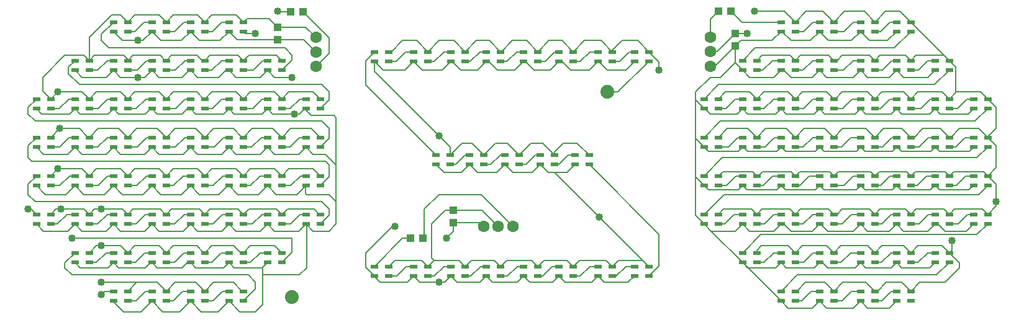
<source format=gbr>
G04 EAGLE Gerber RS-274X export*
G75*
%MOMM*%
%FSLAX34Y34*%
%LPD*%
%INTop Copper*%
%IPPOS*%
%AMOC8*
5,1,8,0,0,1.08239X$1,22.5*%
G01*
%ADD10C,1.600000*%
%ADD11R,1.000000X0.600000*%
%ADD12C,1.879600*%
%ADD13R,1.100000X1.000000*%
%ADD14R,1.000000X1.100000*%
%ADD15C,0.203200*%
%ADD16C,1.016000*%


D10*
X382400Y394700D03*
X382400Y374700D03*
X382400Y354700D03*
D11*
X264000Y415250D03*
X264000Y402250D03*
X283500Y402250D03*
X283500Y415250D03*
X54000Y362750D03*
X54000Y349750D03*
X73500Y349750D03*
X73500Y362750D03*
X211500Y415250D03*
X211500Y402250D03*
X231000Y402250D03*
X231000Y415250D03*
X159000Y415250D03*
X159000Y402250D03*
X178500Y402250D03*
X178500Y415250D03*
X106500Y415250D03*
X106500Y402250D03*
X126000Y402250D03*
X126000Y415250D03*
X316500Y362750D03*
X316500Y349750D03*
X336000Y349750D03*
X336000Y362750D03*
X264000Y362750D03*
X264000Y349750D03*
X283500Y349750D03*
X283500Y362750D03*
X211500Y362750D03*
X211500Y349750D03*
X231000Y349750D03*
X231000Y362750D03*
X159000Y362750D03*
X159000Y349750D03*
X178500Y349750D03*
X178500Y362750D03*
X106500Y362750D03*
X106500Y349750D03*
X126000Y349750D03*
X126000Y362750D03*
X369000Y310250D03*
X369000Y297250D03*
X388500Y297250D03*
X388500Y310250D03*
X316500Y310250D03*
X316500Y297250D03*
X336000Y297250D03*
X336000Y310250D03*
X264000Y310250D03*
X264000Y297250D03*
X283500Y297250D03*
X283500Y310250D03*
X211500Y310250D03*
X211500Y297250D03*
X231000Y297250D03*
X231000Y310250D03*
X159000Y310250D03*
X159000Y297250D03*
X178500Y297250D03*
X178500Y310250D03*
X106500Y310250D03*
X106500Y297250D03*
X126000Y297250D03*
X126000Y310250D03*
X54000Y310250D03*
X54000Y297250D03*
X73500Y297250D03*
X73500Y310250D03*
X1500Y310250D03*
X1500Y297250D03*
X21000Y297250D03*
X21000Y310250D03*
X369000Y257750D03*
X369000Y244750D03*
X388500Y244750D03*
X388500Y257750D03*
X316500Y257750D03*
X316500Y244750D03*
X336000Y244750D03*
X336000Y257750D03*
X264000Y257750D03*
X264000Y244750D03*
X283500Y244750D03*
X283500Y257750D03*
X211500Y257750D03*
X211500Y244750D03*
X231000Y244750D03*
X231000Y257750D03*
X159000Y257750D03*
X159000Y244750D03*
X178500Y244750D03*
X178500Y257750D03*
X106500Y257750D03*
X106500Y244750D03*
X126000Y244750D03*
X126000Y257750D03*
X54000Y257750D03*
X54000Y244750D03*
X73500Y244750D03*
X73500Y257750D03*
X1500Y257750D03*
X1500Y244750D03*
X21000Y244750D03*
X21000Y257750D03*
X369000Y205250D03*
X369000Y192250D03*
X388500Y192250D03*
X388500Y205250D03*
X316500Y205250D03*
X316500Y192250D03*
X336000Y192250D03*
X336000Y205250D03*
X264000Y205250D03*
X264000Y192250D03*
X283500Y192250D03*
X283500Y205250D03*
X211500Y205250D03*
X211500Y192250D03*
X231000Y192250D03*
X231000Y205250D03*
X159000Y205250D03*
X159000Y192250D03*
X178500Y192250D03*
X178500Y205250D03*
X106500Y205250D03*
X106500Y192250D03*
X126000Y192250D03*
X126000Y205250D03*
X54000Y205250D03*
X54000Y192250D03*
X73500Y192250D03*
X73500Y205250D03*
X1500Y205250D03*
X1500Y192250D03*
X21000Y192250D03*
X21000Y205250D03*
X369000Y152750D03*
X369000Y139750D03*
X388500Y139750D03*
X388500Y152750D03*
X316500Y152750D03*
X316500Y139750D03*
X336000Y139750D03*
X336000Y152750D03*
X264000Y152750D03*
X264000Y139750D03*
X283500Y139750D03*
X283500Y152750D03*
X211500Y152750D03*
X211500Y139750D03*
X231000Y139750D03*
X231000Y152750D03*
X159000Y152750D03*
X159000Y139750D03*
X178500Y139750D03*
X178500Y152750D03*
X106500Y152750D03*
X106500Y139750D03*
X126000Y139750D03*
X126000Y152750D03*
X54000Y152750D03*
X54000Y139750D03*
X73500Y139750D03*
X73500Y152750D03*
X1500Y152750D03*
X1500Y139750D03*
X21000Y139750D03*
X21000Y152750D03*
X316500Y100250D03*
X316500Y87250D03*
X336000Y87250D03*
X336000Y100250D03*
X264000Y100250D03*
X264000Y87250D03*
X283500Y87250D03*
X283500Y100250D03*
X211500Y100250D03*
X211500Y87250D03*
X231000Y87250D03*
X231000Y100250D03*
X159000Y100250D03*
X159000Y87250D03*
X178500Y87250D03*
X178500Y100250D03*
X106500Y100250D03*
X106500Y87250D03*
X126000Y87250D03*
X126000Y100250D03*
X54000Y100250D03*
X54000Y87250D03*
X73500Y87250D03*
X73500Y100250D03*
X264000Y47750D03*
X264000Y34750D03*
X283500Y34750D03*
X283500Y47750D03*
X211500Y47750D03*
X211500Y34750D03*
X231000Y34750D03*
X231000Y47750D03*
X159000Y47750D03*
X159000Y34750D03*
X178500Y34750D03*
X178500Y47750D03*
X106500Y47750D03*
X106500Y34750D03*
X126000Y34750D03*
X126000Y47750D03*
X481720Y68688D03*
X481720Y81688D03*
X462220Y81688D03*
X462220Y68688D03*
X535060Y68688D03*
X535060Y81688D03*
X515560Y81688D03*
X515560Y68688D03*
X585860Y68688D03*
X585860Y81688D03*
X566360Y81688D03*
X566360Y68688D03*
X634120Y68688D03*
X634120Y81688D03*
X614620Y81688D03*
X614620Y68688D03*
X684920Y68688D03*
X684920Y81688D03*
X665420Y81688D03*
X665420Y68688D03*
X733180Y68688D03*
X733180Y81688D03*
X713680Y81688D03*
X713680Y68688D03*
X786520Y68688D03*
X786520Y81688D03*
X767020Y81688D03*
X767020Y68688D03*
X836050Y68688D03*
X836050Y81688D03*
X816550Y81688D03*
X816550Y68688D03*
X546040Y233750D03*
X546040Y220750D03*
X565540Y220750D03*
X565540Y233750D03*
X591760Y233750D03*
X591760Y220750D03*
X611260Y220750D03*
X611260Y233750D03*
X640020Y233750D03*
X640020Y220750D03*
X659520Y220750D03*
X659520Y233750D03*
X688280Y233750D03*
X688280Y220750D03*
X707780Y220750D03*
X707780Y233750D03*
X735270Y233750D03*
X735270Y220750D03*
X754770Y220750D03*
X754770Y233750D03*
X481720Y361750D03*
X481720Y374750D03*
X462220Y374750D03*
X462220Y361750D03*
X535060Y361750D03*
X535060Y374750D03*
X515560Y374750D03*
X515560Y361750D03*
X585860Y361750D03*
X585860Y374750D03*
X566360Y374750D03*
X566360Y361750D03*
X634120Y361750D03*
X634120Y374750D03*
X614620Y374750D03*
X614620Y361750D03*
X684920Y361750D03*
X684920Y374750D03*
X665420Y374750D03*
X665420Y361750D03*
X733180Y361750D03*
X733180Y374750D03*
X713680Y374750D03*
X713680Y361750D03*
X786520Y361750D03*
X786520Y374750D03*
X767020Y374750D03*
X767020Y361750D03*
X836050Y361750D03*
X836050Y374750D03*
X816550Y374750D03*
X816550Y361750D03*
X1036000Y402250D03*
X1036000Y415250D03*
X1016500Y415250D03*
X1016500Y402250D03*
X1088500Y402250D03*
X1088500Y415250D03*
X1069000Y415250D03*
X1069000Y402250D03*
X1144550Y402250D03*
X1144550Y415250D03*
X1125050Y415250D03*
X1125050Y402250D03*
X1193500Y402250D03*
X1193500Y415250D03*
X1174000Y415250D03*
X1174000Y402250D03*
X983500Y349750D03*
X983500Y362750D03*
X964000Y362750D03*
X964000Y349750D03*
X1036000Y349750D03*
X1036000Y362750D03*
X1016500Y362750D03*
X1016500Y349750D03*
X1088500Y349750D03*
X1088500Y362750D03*
X1069000Y362750D03*
X1069000Y349750D03*
X1144550Y349750D03*
X1144550Y362750D03*
X1125050Y362750D03*
X1125050Y349750D03*
X1193500Y349750D03*
X1193500Y362750D03*
X1174000Y362750D03*
X1174000Y349750D03*
X1246000Y349750D03*
X1246000Y362750D03*
X1226500Y362750D03*
X1226500Y349750D03*
X931000Y297250D03*
X931000Y310250D03*
X911500Y310250D03*
X911500Y297250D03*
X983500Y297250D03*
X983500Y310250D03*
X964000Y310250D03*
X964000Y297250D03*
X1036000Y297250D03*
X1036000Y310250D03*
X1016500Y310250D03*
X1016500Y297250D03*
X1088500Y297250D03*
X1088500Y310250D03*
X1069000Y310250D03*
X1069000Y297250D03*
X1144550Y297250D03*
X1144550Y310250D03*
X1125050Y310250D03*
X1125050Y297250D03*
X1193500Y297250D03*
X1193500Y310250D03*
X1174000Y310250D03*
X1174000Y297250D03*
X1246000Y297250D03*
X1246000Y310250D03*
X1226500Y310250D03*
X1226500Y297250D03*
X1298500Y297250D03*
X1298500Y310250D03*
X1279000Y310250D03*
X1279000Y297250D03*
X931000Y244750D03*
X931000Y257750D03*
X911500Y257750D03*
X911500Y244750D03*
X983500Y244750D03*
X983500Y257750D03*
X964000Y257750D03*
X964000Y244750D03*
X1036000Y244750D03*
X1036000Y257750D03*
X1016500Y257750D03*
X1016500Y244750D03*
X1088500Y244750D03*
X1088500Y257750D03*
X1069000Y257750D03*
X1069000Y244750D03*
X1144550Y244750D03*
X1144550Y257750D03*
X1125050Y257750D03*
X1125050Y244750D03*
X1193500Y244750D03*
X1193500Y257750D03*
X1174000Y257750D03*
X1174000Y244750D03*
X1246000Y244750D03*
X1246000Y257750D03*
X1226500Y257750D03*
X1226500Y244750D03*
X1298500Y244750D03*
X1298500Y257750D03*
X1279000Y257750D03*
X1279000Y244750D03*
X931000Y192250D03*
X931000Y205250D03*
X911500Y205250D03*
X911500Y192250D03*
X983500Y192250D03*
X983500Y205250D03*
X964000Y205250D03*
X964000Y192250D03*
X1036000Y192250D03*
X1036000Y205250D03*
X1016500Y205250D03*
X1016500Y192250D03*
X1088500Y192250D03*
X1088500Y205250D03*
X1069000Y205250D03*
X1069000Y192250D03*
X1144550Y192250D03*
X1144550Y205250D03*
X1125050Y205250D03*
X1125050Y192250D03*
X1193500Y192250D03*
X1193500Y205250D03*
X1174000Y205250D03*
X1174000Y192250D03*
X1246000Y192250D03*
X1246000Y205250D03*
X1226500Y205250D03*
X1226500Y192250D03*
X1298500Y192250D03*
X1298500Y205250D03*
X1279000Y205250D03*
X1279000Y192250D03*
X931000Y139750D03*
X931000Y152750D03*
X911500Y152750D03*
X911500Y139750D03*
X983500Y139750D03*
X983500Y152750D03*
X964000Y152750D03*
X964000Y139750D03*
X1036000Y139750D03*
X1036000Y152750D03*
X1016500Y152750D03*
X1016500Y139750D03*
X1088500Y139750D03*
X1088500Y152750D03*
X1069000Y152750D03*
X1069000Y139750D03*
X1144550Y139750D03*
X1144550Y152750D03*
X1125050Y152750D03*
X1125050Y139750D03*
X1193500Y139750D03*
X1193500Y152750D03*
X1174000Y152750D03*
X1174000Y139750D03*
X1246000Y139750D03*
X1246000Y152750D03*
X1226500Y152750D03*
X1226500Y139750D03*
X1298500Y139750D03*
X1298500Y152750D03*
X1279000Y152750D03*
X1279000Y139750D03*
X983500Y87250D03*
X983500Y100250D03*
X964000Y100250D03*
X964000Y87250D03*
X1036000Y87250D03*
X1036000Y100250D03*
X1016500Y100250D03*
X1016500Y87250D03*
X1088500Y87250D03*
X1088500Y100250D03*
X1069000Y100250D03*
X1069000Y87250D03*
X1144550Y87250D03*
X1144550Y100250D03*
X1125050Y100250D03*
X1125050Y87250D03*
X1193500Y87250D03*
X1193500Y100250D03*
X1174000Y100250D03*
X1174000Y87250D03*
X1246000Y87250D03*
X1246000Y100250D03*
X1226500Y100250D03*
X1226500Y87250D03*
X1036000Y34750D03*
X1036000Y47750D03*
X1016500Y47750D03*
X1016500Y34750D03*
X1088500Y34750D03*
X1088500Y47750D03*
X1069000Y47750D03*
X1069000Y34750D03*
X1144550Y34750D03*
X1144550Y47750D03*
X1125050Y47750D03*
X1125050Y34750D03*
X1193500Y34750D03*
X1193500Y47750D03*
X1174000Y47750D03*
X1174000Y34750D03*
D10*
X611000Y136500D03*
X631000Y136500D03*
X651000Y136500D03*
X920500Y355000D03*
X920500Y375000D03*
X920500Y395000D03*
D12*
X350000Y40000D03*
X780000Y320000D03*
D13*
X364500Y429000D03*
X347500Y429000D03*
X511500Y120000D03*
X528500Y120000D03*
X948500Y430000D03*
X931500Y430000D03*
D14*
X330000Y391500D03*
X330000Y408500D03*
X570000Y141500D03*
X570000Y158500D03*
X954000Y382500D03*
X954000Y399500D03*
D15*
X347500Y429000D02*
X331000Y429000D01*
X330000Y430000D01*
D16*
X330000Y430000D03*
X300000Y400000D03*
D15*
X285750Y400000D01*
X283500Y402250D01*
X241250Y402250D02*
X231000Y402250D01*
X254250Y415250D02*
X264000Y415250D01*
X254250Y415250D02*
X241250Y402250D01*
X211500Y415250D02*
X202250Y415250D01*
X189250Y402250D02*
X178500Y402250D01*
X189250Y402250D02*
X202250Y415250D01*
X159000Y415250D02*
X148250Y415250D01*
X135250Y402250D02*
X126000Y402250D01*
X135250Y402250D02*
X148250Y415250D01*
X106500Y415250D02*
X90000Y398750D01*
X90000Y390000D01*
X100000Y380000D01*
X340000Y380000D02*
X350000Y370000D01*
X350000Y363750D01*
X336000Y349750D01*
X340000Y380000D02*
X100000Y380000D01*
X309750Y362750D02*
X316500Y362750D01*
X296750Y349750D02*
X283500Y349750D01*
X296750Y349750D02*
X309750Y362750D01*
X264000Y362750D02*
X253750Y362750D01*
X240750Y349750D02*
X231000Y349750D01*
X240750Y349750D02*
X253750Y362750D01*
X211500Y362750D02*
X203750Y362750D01*
X190750Y349750D02*
X178500Y349750D01*
X190750Y349750D02*
X203750Y362750D01*
X159000Y362750D02*
X151750Y362750D01*
X138750Y349750D02*
X126000Y349750D01*
X138750Y349750D02*
X151750Y362750D01*
X106500Y362750D02*
X97750Y362750D01*
X84750Y349750D02*
X73500Y349750D01*
X84750Y349750D02*
X97750Y362750D01*
X54000Y362750D02*
X45000Y353750D01*
X45000Y345000D02*
X60000Y330000D01*
X390000Y330000D02*
X400000Y320000D01*
X400000Y308750D01*
X388500Y297250D01*
X45000Y345000D02*
X45000Y353750D01*
X60000Y330000D02*
X390000Y330000D01*
X369000Y310250D02*
X360250Y310250D01*
X347250Y297250D02*
X336000Y297250D01*
X347250Y297250D02*
X360250Y310250D01*
X316500Y310250D02*
X309250Y310250D01*
X296250Y297250D02*
X283500Y297250D01*
X296250Y297250D02*
X309250Y310250D01*
X264000Y310250D02*
X254250Y310250D01*
X241250Y297250D02*
X231000Y297250D01*
X241250Y297250D02*
X254250Y310250D01*
X211500Y310250D02*
X204250Y310250D01*
X191250Y297250D02*
X178500Y297250D01*
X191250Y297250D02*
X204250Y310250D01*
X137250Y297250D02*
X126000Y297250D01*
X150250Y310250D02*
X159000Y310250D01*
X150250Y310250D02*
X137250Y297250D01*
X106500Y310250D02*
X98250Y310250D01*
X85250Y297250D02*
X73500Y297250D01*
X85250Y297250D02*
X98250Y310250D01*
X54000Y310250D02*
X45250Y310250D01*
X32250Y297250D02*
X21000Y297250D01*
X32250Y297250D02*
X45250Y310250D01*
X1500Y310250D02*
X-10000Y298750D01*
X-10000Y290000D01*
X0Y280000D01*
X390000Y280000D01*
X400000Y270000D01*
X400000Y256250D01*
X388500Y244750D01*
X369000Y257750D02*
X359750Y257750D01*
X346750Y244750D02*
X336000Y244750D01*
X346750Y244750D02*
X359750Y257750D01*
X316500Y257750D02*
X307750Y257750D01*
X294750Y244750D02*
X283500Y244750D01*
X294750Y244750D02*
X307750Y257750D01*
X264000Y257750D02*
X256750Y257750D01*
X243750Y244750D02*
X231000Y244750D01*
X243750Y244750D02*
X256750Y257750D01*
X211500Y257750D02*
X203750Y257750D01*
X190750Y244750D02*
X178500Y244750D01*
X190750Y244750D02*
X203750Y257750D01*
X159000Y257750D02*
X151750Y257750D01*
X138750Y244750D02*
X126000Y244750D01*
X138750Y244750D02*
X151750Y257750D01*
X106500Y257750D02*
X97750Y257750D01*
X84750Y244750D02*
X73500Y244750D01*
X84750Y244750D02*
X97750Y257750D01*
X54000Y257750D02*
X45750Y257750D01*
X32750Y244750D02*
X21000Y244750D01*
X32750Y244750D02*
X45750Y257750D01*
X1500Y257750D02*
X-10000Y246250D01*
X-10000Y230000D02*
X-5000Y225000D01*
X395000Y225000D02*
X400000Y220000D01*
X400000Y203750D01*
X388500Y192250D01*
X-10000Y230000D02*
X-10000Y246250D01*
X-5000Y225000D02*
X395000Y225000D01*
X369000Y205250D02*
X361250Y205250D01*
X348250Y192250D02*
X336000Y192250D01*
X348250Y192250D02*
X361250Y205250D01*
X316500Y205250D02*
X306250Y205250D01*
X293250Y192250D02*
X283500Y192250D01*
X293250Y192250D02*
X306250Y205250D01*
X264000Y205250D02*
X255250Y205250D01*
X242250Y192250D02*
X231000Y192250D01*
X242250Y192250D02*
X255250Y205250D01*
X211500Y205250D02*
X201250Y205250D01*
X188250Y192250D02*
X178500Y192250D01*
X188250Y192250D02*
X201250Y205250D01*
X159000Y205250D02*
X151250Y205250D01*
X138250Y192250D02*
X126000Y192250D01*
X138250Y192250D02*
X151250Y205250D01*
X106500Y205250D02*
X98250Y205250D01*
X85250Y192250D02*
X73500Y192250D01*
X85250Y192250D02*
X98250Y205250D01*
X54000Y205250D02*
X46250Y205250D01*
X33250Y192250D02*
X21000Y192250D01*
X33250Y192250D02*
X46250Y205250D01*
X1500Y205250D02*
X-10000Y193750D01*
X-10000Y180000D02*
X0Y170000D01*
X390000Y170000D01*
X400000Y160000D01*
X400000Y151250D01*
X388500Y139750D01*
X-10000Y180000D02*
X-10000Y193750D01*
X360750Y152750D02*
X369000Y152750D01*
X347750Y139750D02*
X336000Y139750D01*
X347750Y139750D02*
X360750Y152750D01*
X316500Y152750D02*
X308750Y152750D01*
X295750Y139750D02*
X283500Y139750D01*
X295750Y139750D02*
X308750Y152750D01*
X264000Y152750D02*
X254750Y152750D01*
X241750Y139750D02*
X231000Y139750D01*
X241750Y139750D02*
X254750Y152750D01*
X211500Y152750D02*
X202750Y152750D01*
X189750Y139750D02*
X178500Y139750D01*
X189750Y139750D02*
X202750Y152750D01*
X159000Y152750D02*
X149750Y152750D01*
X136750Y139750D02*
X126000Y139750D01*
X136750Y139750D02*
X149750Y152750D01*
X106500Y152750D02*
X97750Y152750D01*
X84750Y139750D02*
X73500Y139750D01*
X84750Y139750D02*
X97750Y152750D01*
X54000Y152750D02*
X42750Y152750D01*
X29750Y139750D02*
X21000Y139750D01*
X29750Y139750D02*
X42750Y152750D01*
X1500Y152750D02*
X-5750Y160000D01*
X-10000Y160000D01*
D16*
X-10000Y160000D03*
D15*
X350000Y120000D02*
X350000Y101250D01*
X336000Y87250D01*
D16*
X50000Y120000D03*
D15*
X350000Y120000D01*
X316500Y100250D02*
X306250Y100250D01*
X293250Y87250D02*
X283500Y87250D01*
X293250Y87250D02*
X306250Y100250D01*
X264000Y100250D02*
X253250Y100250D01*
X240250Y87250D02*
X231000Y87250D01*
X240250Y87250D02*
X253250Y100250D01*
X211500Y100250D02*
X202250Y100250D01*
X189250Y87250D02*
X178500Y87250D01*
X189250Y87250D02*
X202250Y100250D01*
X159000Y100250D02*
X149250Y100250D01*
X136250Y87250D02*
X126000Y87250D01*
X136250Y87250D02*
X149250Y100250D01*
X106500Y100250D02*
X96250Y100250D01*
X83250Y87250D02*
X73500Y87250D01*
X83250Y87250D02*
X96250Y100250D01*
X54000Y100250D02*
X40000Y86250D01*
X40000Y80000D01*
X50000Y70000D01*
X290000Y70000D01*
X300000Y60000D01*
X300000Y51250D01*
X283500Y34750D01*
X264000Y47750D02*
X254750Y47750D01*
X241750Y34750D02*
X231000Y34750D01*
X241750Y34750D02*
X254750Y47750D01*
X187750Y34750D02*
X178500Y34750D01*
X200750Y47750D02*
X211500Y47750D01*
X200750Y47750D02*
X187750Y34750D01*
X136750Y34750D02*
X126000Y34750D01*
X149750Y47750D02*
X159000Y47750D01*
X149750Y47750D02*
X136750Y34750D01*
X500533Y120000D02*
X511500Y120000D01*
X500533Y120000D02*
X462220Y81688D01*
X481720Y68688D02*
X492688Y68688D01*
X505688Y81688D02*
X515560Y81688D01*
X505688Y81688D02*
X492688Y68688D01*
X535060Y68688D02*
X543688Y68688D01*
X556688Y81688D02*
X566360Y81688D01*
X556688Y81688D02*
X543688Y68688D01*
X585860Y68688D02*
X593688Y68688D01*
X606688Y81688D02*
X614620Y81688D01*
X606688Y81688D02*
X593688Y68688D01*
X634120Y68688D02*
X643688Y68688D01*
X656688Y81688D02*
X665420Y81688D01*
X656688Y81688D02*
X643688Y68688D01*
X684920Y68688D02*
X691688Y68688D01*
X704688Y81688D02*
X713680Y81688D01*
X704688Y81688D02*
X691688Y68688D01*
X733180Y68688D02*
X742688Y68688D01*
X755688Y81688D02*
X767020Y81688D01*
X755688Y81688D02*
X742688Y68688D01*
X786520Y68688D02*
X791688Y68688D01*
X804688Y81688D02*
X816550Y81688D01*
X804688Y81688D02*
X791688Y68688D01*
X850000Y125520D02*
X754770Y220750D01*
X850000Y82638D02*
X836050Y68688D01*
X850000Y82638D02*
X850000Y125520D01*
X735270Y233750D02*
X726750Y233750D01*
X713750Y220750D02*
X707780Y220750D01*
X713750Y220750D02*
X726750Y233750D01*
X688280Y233750D02*
X681750Y233750D01*
X668750Y220750D02*
X659520Y220750D01*
X668750Y220750D02*
X681750Y233750D01*
X640020Y233750D02*
X633750Y233750D01*
X620750Y220750D02*
X611260Y220750D01*
X620750Y220750D02*
X633750Y233750D01*
X591760Y233750D02*
X585750Y233750D01*
X572750Y220750D02*
X565540Y220750D01*
X572750Y220750D02*
X585750Y233750D01*
X546040Y233750D02*
X450000Y329790D01*
X450000Y362530D02*
X462220Y374750D01*
X450000Y362530D02*
X450000Y329790D01*
X481720Y361750D02*
X491750Y361750D01*
X504750Y374750D02*
X515560Y374750D01*
X504750Y374750D02*
X491750Y361750D01*
X535060Y361750D02*
X543750Y361750D01*
X556750Y374750D02*
X566360Y374750D01*
X556750Y374750D02*
X543750Y361750D01*
X585860Y361750D02*
X592750Y361750D01*
X605750Y374750D02*
X614620Y374750D01*
X605750Y374750D02*
X592750Y361750D01*
X634120Y361750D02*
X642750Y361750D01*
X655750Y374750D02*
X665420Y374750D01*
X655750Y374750D02*
X642750Y361750D01*
X684920Y361750D02*
X694750Y361750D01*
X707750Y374750D02*
X713680Y374750D01*
X707750Y374750D02*
X694750Y361750D01*
X733180Y361750D02*
X742750Y361750D01*
X755750Y374750D02*
X767020Y374750D01*
X755750Y374750D02*
X742750Y361750D01*
X786520Y361750D02*
X796750Y361750D01*
X809750Y374750D02*
X816550Y374750D01*
X809750Y374750D02*
X796750Y361750D01*
X1036000Y402250D02*
X1047250Y402250D01*
X1060250Y415250D02*
X1069000Y415250D01*
X1060250Y415250D02*
X1047250Y402250D01*
X1088500Y402250D02*
X1102250Y402250D01*
X1115250Y415250D02*
X1125050Y415250D01*
X1115250Y415250D02*
X1102250Y402250D01*
X1144550Y402250D02*
X1152250Y402250D01*
X1165250Y415250D02*
X1174000Y415250D01*
X1165250Y415250D02*
X1152250Y402250D01*
X1171250Y380000D02*
X1193500Y402250D01*
X981250Y380000D02*
X964000Y362750D01*
X981250Y380000D02*
X1171250Y380000D01*
X991750Y349750D02*
X983500Y349750D01*
X1004750Y362750D02*
X1016500Y362750D01*
X1004750Y362750D02*
X991750Y349750D01*
X1036000Y349750D02*
X1046750Y349750D01*
X1059750Y362750D02*
X1069000Y362750D01*
X1059750Y362750D02*
X1046750Y349750D01*
X1088500Y349750D02*
X1101750Y349750D01*
X1114750Y362750D02*
X1125050Y362750D01*
X1114750Y362750D02*
X1101750Y349750D01*
X1144550Y349750D02*
X1154750Y349750D01*
X1167750Y362750D02*
X1174000Y362750D01*
X1167750Y362750D02*
X1154750Y349750D01*
X1193500Y349750D02*
X1203750Y349750D01*
X1216750Y362750D02*
X1226500Y362750D01*
X1216750Y362750D02*
X1203750Y349750D01*
X1226250Y330000D02*
X1246000Y349750D01*
X931250Y330000D02*
X911500Y310250D01*
X931250Y330000D02*
X1226250Y330000D01*
X941250Y297250D02*
X931000Y297250D01*
X954250Y310250D02*
X964000Y310250D01*
X954250Y310250D02*
X941250Y297250D01*
X983500Y297250D02*
X993250Y297250D01*
X1006250Y310250D02*
X1016500Y310250D01*
X1006250Y310250D02*
X993250Y297250D01*
X1036000Y297250D02*
X1047250Y297250D01*
X1060250Y310250D02*
X1069000Y310250D01*
X1060250Y310250D02*
X1047250Y297250D01*
X1088500Y297250D02*
X1100250Y297250D01*
X1113250Y310250D02*
X1125050Y310250D01*
X1113250Y310250D02*
X1100250Y297250D01*
X1144550Y297250D02*
X1152250Y297250D01*
X1165250Y310250D02*
X1174000Y310250D01*
X1165250Y310250D02*
X1152250Y297250D01*
X1193500Y297250D02*
X1207250Y297250D01*
X1220250Y310250D02*
X1226500Y310250D01*
X1220250Y310250D02*
X1207250Y297250D01*
X1246000Y297250D02*
X1257250Y297250D01*
X1270250Y310250D02*
X1279000Y310250D01*
X1270250Y310250D02*
X1257250Y297250D01*
X1281250Y280000D02*
X1298500Y297250D01*
X933750Y280000D02*
X911500Y257750D01*
X933750Y280000D02*
X1281250Y280000D01*
X944750Y244750D02*
X931000Y244750D01*
X957750Y257750D02*
X964000Y257750D01*
X957750Y257750D02*
X944750Y244750D01*
X983500Y244750D02*
X994750Y244750D01*
X1007750Y257750D02*
X1016500Y257750D01*
X1007750Y257750D02*
X994750Y244750D01*
X1036000Y244750D02*
X1046750Y244750D01*
X1059750Y257750D02*
X1069000Y257750D01*
X1059750Y257750D02*
X1046750Y244750D01*
X1088500Y244750D02*
X1098750Y244750D01*
X1111750Y257750D02*
X1125050Y257750D01*
X1111750Y257750D02*
X1098750Y244750D01*
X1144550Y244750D02*
X1154750Y244750D01*
X1167750Y257750D02*
X1174000Y257750D01*
X1167750Y257750D02*
X1154750Y244750D01*
X1193500Y244750D02*
X1204750Y244750D01*
X1217750Y257750D02*
X1226500Y257750D01*
X1217750Y257750D02*
X1204750Y244750D01*
X1246000Y244750D02*
X1254750Y244750D01*
X1267750Y257750D02*
X1279000Y257750D01*
X1267750Y257750D02*
X1254750Y244750D01*
X1283750Y230000D02*
X1298500Y244750D01*
X936250Y230000D02*
X911500Y205250D01*
X936250Y230000D02*
X1283750Y230000D01*
X942250Y192250D02*
X931000Y192250D01*
X955250Y205250D02*
X964000Y205250D01*
X955250Y205250D02*
X942250Y192250D01*
X983500Y192250D02*
X992250Y192250D01*
X1005250Y205250D02*
X1016500Y205250D01*
X1005250Y205250D02*
X992250Y192250D01*
X1036000Y192250D02*
X1042250Y192250D01*
X1055250Y205250D02*
X1069000Y205250D01*
X1055250Y205250D02*
X1042250Y192250D01*
X1088500Y192250D02*
X1102250Y192250D01*
X1115250Y205250D02*
X1125050Y205250D01*
X1115250Y205250D02*
X1102250Y192250D01*
X1144550Y192250D02*
X1152250Y192250D01*
X1165250Y205250D02*
X1174000Y205250D01*
X1165250Y205250D02*
X1152250Y192250D01*
X1193500Y192250D02*
X1202250Y192250D01*
X1215250Y205250D02*
X1226500Y205250D01*
X1215250Y205250D02*
X1202250Y192250D01*
X1246000Y192250D02*
X1255250Y192250D01*
X1268250Y205250D02*
X1279000Y205250D01*
X1268250Y205250D02*
X1255250Y192250D01*
X1286250Y180000D02*
X1298500Y192250D01*
X938750Y180000D02*
X911500Y152750D01*
X938750Y180000D02*
X1286250Y180000D01*
X939750Y139750D02*
X931000Y139750D01*
X952750Y152750D02*
X964000Y152750D01*
X952750Y152750D02*
X939750Y139750D01*
X983500Y139750D02*
X993750Y139750D01*
X1006750Y152750D02*
X1016500Y152750D01*
X1006750Y152750D02*
X993750Y139750D01*
X1036000Y139750D02*
X1046750Y139750D01*
X1059750Y152750D02*
X1069000Y152750D01*
X1059750Y152750D02*
X1046750Y139750D01*
X1088500Y139750D02*
X1099750Y139750D01*
X1112750Y152750D02*
X1125050Y152750D01*
X1112750Y152750D02*
X1099750Y139750D01*
X1144550Y139750D02*
X1153750Y139750D01*
X1166750Y152750D02*
X1174000Y152750D01*
X1166750Y152750D02*
X1153750Y139750D01*
X1193500Y139750D02*
X1204750Y139750D01*
X1217750Y152750D02*
X1226500Y152750D01*
X1217750Y152750D02*
X1204750Y139750D01*
X1246000Y139750D02*
X1257750Y139750D01*
X1270750Y152750D02*
X1279000Y152750D01*
X1270750Y152750D02*
X1257750Y139750D01*
X1283750Y125000D02*
X1298500Y139750D01*
X988750Y125000D02*
X964000Y100250D01*
X988750Y125000D02*
X1283750Y125000D01*
X993250Y87250D02*
X983500Y87250D01*
X1006250Y100250D02*
X1016500Y100250D01*
X1006250Y100250D02*
X993250Y87250D01*
X1036000Y87250D02*
X1047250Y87250D01*
X1060250Y100250D02*
X1069000Y100250D01*
X1060250Y100250D02*
X1047250Y87250D01*
X1088500Y87250D02*
X1098250Y87250D01*
X1111250Y100250D02*
X1125050Y100250D01*
X1111250Y100250D02*
X1098250Y87250D01*
X1144550Y87250D02*
X1153250Y87250D01*
X1166250Y100250D02*
X1174000Y100250D01*
X1166250Y100250D02*
X1153250Y87250D01*
X1193500Y87250D02*
X1203250Y87250D01*
X1216250Y100250D02*
X1226500Y100250D01*
X1216250Y100250D02*
X1203250Y87250D01*
X1228750Y70000D02*
X1246000Y87250D01*
X1038750Y70000D02*
X1016500Y47750D01*
X1038750Y70000D02*
X1228750Y70000D01*
X1044750Y34750D02*
X1036000Y34750D01*
X1057750Y47750D02*
X1069000Y47750D01*
X1057750Y47750D02*
X1044750Y34750D01*
X1088500Y34750D02*
X1099750Y34750D01*
X1112750Y47750D02*
X1125050Y47750D01*
X1112750Y47750D02*
X1099750Y34750D01*
X1144550Y34750D02*
X1153750Y34750D01*
X1166750Y47750D02*
X1174000Y47750D01*
X1166750Y47750D02*
X1153750Y34750D01*
X990000Y415250D02*
X985750Y415250D01*
X990000Y415250D02*
X1016500Y415250D01*
X963250Y415250D02*
X948500Y430000D01*
X963250Y415250D02*
X985750Y415250D01*
X794300Y320000D02*
X780000Y320000D01*
X794300Y320000D02*
X836050Y361750D01*
X106500Y47750D02*
X94750Y47750D01*
X90000Y43000D01*
D16*
X90000Y43000D03*
D15*
X382400Y354700D02*
X400000Y372300D01*
X400000Y393500D02*
X364500Y429000D01*
X400000Y393500D02*
X400000Y372300D01*
X530000Y121500D02*
X528500Y120000D01*
X530000Y121500D02*
X530000Y160000D01*
X550000Y180000D01*
X590000Y180000D01*
X607500Y180000D02*
X651000Y136500D01*
X607500Y180000D02*
X590000Y180000D01*
X920500Y395000D02*
X920500Y419000D01*
X931500Y430000D01*
X490033Y90000D02*
X481720Y81688D01*
X526748Y90000D02*
X535060Y81688D01*
X526748Y90000D02*
X490033Y90000D01*
X535060Y81688D02*
X543373Y90000D01*
X577548Y90000D02*
X585860Y81688D01*
X577548Y90000D02*
X543373Y90000D01*
X585860Y81688D02*
X594173Y90000D01*
X625808Y90000D02*
X634120Y81688D01*
X625808Y90000D02*
X594173Y90000D01*
X634120Y81688D02*
X642433Y90000D01*
X676608Y90000D02*
X684920Y81688D01*
X676608Y90000D02*
X642433Y90000D01*
X684920Y81688D02*
X693233Y90000D01*
X724868Y90000D02*
X733180Y81688D01*
X700000Y90000D02*
X693233Y90000D01*
X700000Y90000D02*
X724868Y90000D01*
X733180Y81688D02*
X741493Y90000D01*
X778208Y90000D02*
X786520Y81688D01*
X778208Y90000D02*
X741493Y90000D01*
X786520Y81688D02*
X794833Y90000D01*
X827738Y90000D02*
X836050Y81688D01*
X827738Y90000D02*
X794833Y90000D01*
X724520Y210000D02*
X735270Y220750D01*
X699030Y210000D02*
X688280Y220750D01*
X707738Y210000D02*
X724520Y210000D01*
X688280Y220750D02*
X677530Y210000D01*
X650770Y210000D02*
X640020Y220750D01*
X650770Y210000D02*
X677530Y210000D01*
X640020Y220750D02*
X629270Y210000D01*
X602510Y210000D02*
X591760Y220750D01*
X602510Y210000D02*
X629270Y210000D01*
X591760Y220750D02*
X581010Y210000D01*
X556790Y210000D02*
X546040Y220750D01*
X556790Y210000D02*
X581010Y210000D01*
X484750Y374750D02*
X481720Y374750D01*
X484750Y374750D02*
X500000Y390000D01*
X519810Y390000D01*
X535060Y374750D01*
X550310Y390000D01*
X570610Y390000D02*
X585860Y374750D01*
X570610Y390000D02*
X550310Y390000D01*
X585860Y374750D02*
X601110Y390000D01*
X618870Y390000D02*
X634120Y374750D01*
X618870Y390000D02*
X601110Y390000D01*
X634120Y374750D02*
X634750Y374750D01*
X650000Y390000D01*
X669670Y390000D01*
X684920Y374750D01*
X700170Y390000D01*
X717930Y390000D02*
X733180Y374750D01*
X717930Y390000D02*
X700170Y390000D01*
X733180Y374750D02*
X748430Y390000D01*
X771270Y390000D02*
X786520Y374750D01*
X771270Y390000D02*
X748430Y390000D01*
X786520Y376520D02*
X786520Y374750D01*
X786520Y376520D02*
X800000Y390000D01*
X820800Y390000D01*
X836050Y374750D01*
X768869Y148869D02*
X827738Y90000D01*
X707738Y210000D02*
X699030Y210000D01*
D16*
X768869Y148869D03*
D15*
X707738Y210000D01*
D16*
X850000Y350000D03*
D15*
X850000Y360800D01*
X836050Y374750D01*
X609000Y158500D02*
X631000Y136500D01*
X609000Y158500D02*
X570000Y158500D01*
X558500Y158500D01*
X540000Y93373D02*
X543373Y90000D01*
X540000Y140000D02*
X558500Y158500D01*
X540000Y140000D02*
X540000Y93373D01*
X807863Y60000D02*
X816550Y68688D01*
X775708Y60000D02*
X767020Y68688D01*
X775708Y60000D02*
X807863Y60000D01*
X767020Y68688D02*
X758333Y60000D01*
X722368Y60000D02*
X713680Y68688D01*
X722368Y60000D02*
X758333Y60000D01*
X713680Y68688D02*
X704993Y60000D01*
X674108Y60000D02*
X665420Y68688D01*
X674108Y60000D02*
X704993Y60000D01*
X665420Y68688D02*
X656733Y60000D01*
X623308Y60000D02*
X614620Y68688D01*
X623308Y60000D02*
X656733Y60000D01*
X614620Y68688D02*
X605933Y60000D01*
X575048Y60000D02*
X566360Y68688D01*
X575048Y60000D02*
X605933Y60000D01*
X566360Y68688D02*
X557673Y60000D01*
X524248Y60000D02*
X515560Y68688D01*
X550000Y60000D02*
X557673Y60000D01*
X550000Y60000D02*
X524248Y60000D01*
X515560Y68688D02*
X506873Y60000D01*
X470000Y60000D01*
X462220Y67780D01*
X462220Y68688D01*
X565540Y233750D02*
X581790Y250000D01*
X595010Y250000D02*
X611260Y233750D01*
X595010Y250000D02*
X581790Y250000D01*
X611260Y233750D02*
X627510Y250000D01*
X643270Y250000D02*
X659520Y233750D01*
X643270Y250000D02*
X627510Y250000D01*
X659520Y233750D02*
X675770Y250000D01*
X691530Y250000D02*
X707780Y233750D01*
X691530Y250000D02*
X675770Y250000D01*
X707780Y237780D02*
X707780Y233750D01*
X707780Y237780D02*
X720000Y250000D01*
X738520Y250000D01*
X754770Y233750D01*
X473970Y350000D02*
X462220Y361750D01*
X503810Y350000D02*
X515560Y361750D01*
X503810Y350000D02*
X473970Y350000D01*
X515560Y361750D02*
X527310Y350000D01*
X554610Y350000D02*
X566360Y361750D01*
X554610Y350000D02*
X527310Y350000D01*
X566360Y361750D02*
X568250Y361750D01*
X580000Y350000D01*
X602870Y350000D01*
X614620Y361750D01*
X618250Y361750D01*
X630000Y350000D01*
X653670Y350000D01*
X665420Y361750D01*
X668250Y361750D01*
X680000Y350000D01*
X701930Y350000D01*
X713680Y361750D01*
X718250Y361750D01*
X730000Y350000D01*
X755270Y350000D01*
X767020Y361750D01*
X768250Y361750D01*
X780000Y350000D01*
X804800Y350000D01*
X816550Y361750D01*
X490000Y136500D02*
X486500Y136500D01*
X450000Y100000D01*
X450000Y80908D01*
X462220Y68688D01*
D16*
X490000Y136500D03*
X550000Y260000D03*
D15*
X565540Y244460D01*
X565540Y233750D01*
X550000Y260000D02*
X462220Y347780D01*
X462220Y361750D01*
X606000Y141500D02*
X611000Y136500D01*
X606000Y141500D02*
X570000Y141500D01*
X570000Y130000D01*
X560000Y120000D01*
D16*
X560000Y120000D03*
X550000Y60000D03*
D15*
X1036000Y415250D02*
X1050750Y430000D01*
X1073750Y430000D02*
X1088500Y415250D01*
X1073750Y430000D02*
X1050750Y430000D01*
X1088500Y415250D02*
X1103250Y430000D01*
X1129800Y430000D02*
X1144550Y415250D01*
X1129800Y430000D02*
X1103250Y430000D01*
X1144550Y415250D02*
X1159300Y430000D01*
X1178750Y430000D02*
X1193500Y415250D01*
X1178750Y430000D02*
X1159300Y430000D01*
X990750Y370000D02*
X983500Y362750D01*
X1028750Y370000D02*
X1036000Y362750D01*
X1028750Y370000D02*
X990750Y370000D01*
X1036000Y362750D02*
X1043250Y370000D01*
X1081250Y370000D02*
X1088500Y362750D01*
X1081250Y370000D02*
X1043250Y370000D01*
X1088500Y362750D02*
X1092750Y362750D01*
X1100000Y370000D01*
X1137300Y370000D01*
X1144550Y362750D01*
X1151800Y370000D01*
X1186250Y370000D02*
X1193500Y362750D01*
X1186250Y370000D02*
X1151800Y370000D01*
X1193500Y362750D02*
X1200750Y370000D01*
X1238750Y370000D02*
X1246000Y362750D01*
X1238750Y370000D02*
X1200750Y370000D01*
X940750Y320000D02*
X931000Y310250D01*
X973750Y320000D02*
X983500Y310250D01*
X973750Y320000D02*
X940750Y320000D01*
X983500Y310250D02*
X993250Y320000D01*
X1026250Y320000D02*
X1036000Y310250D01*
X1026250Y320000D02*
X993250Y320000D01*
X1036000Y310250D02*
X1045750Y320000D01*
X1078750Y320000D02*
X1088500Y310250D01*
X1078750Y320000D02*
X1045750Y320000D01*
X1088500Y310250D02*
X1090250Y310250D01*
X1100000Y320000D01*
X1134800Y320000D01*
X1144550Y310250D01*
X1154300Y320000D01*
X1183750Y320000D02*
X1193500Y310250D01*
X1183750Y320000D02*
X1154300Y320000D01*
X1193500Y310250D02*
X1203250Y320000D01*
X1236250Y320000D02*
X1246000Y310250D01*
X1236250Y320000D02*
X1203250Y320000D01*
X1246000Y310250D02*
X1255750Y320000D01*
X1288750Y320000D02*
X1298500Y310250D01*
X1288750Y320000D02*
X1255750Y320000D01*
X943250Y270000D02*
X931000Y257750D01*
X971250Y270000D02*
X983500Y257750D01*
X971250Y270000D02*
X943250Y270000D01*
X983500Y257750D02*
X995750Y270000D01*
X1023750Y270000D02*
X1036000Y257750D01*
X1023750Y270000D02*
X995750Y270000D01*
X1036000Y257750D02*
X1048250Y270000D01*
X1076250Y270000D02*
X1088500Y257750D01*
X1076250Y270000D02*
X1048250Y270000D01*
X1088500Y257750D02*
X1100750Y270000D01*
X1132300Y270000D02*
X1144550Y257750D01*
X1132300Y270000D02*
X1100750Y270000D01*
X1144550Y257750D02*
X1156800Y270000D01*
X1181250Y270000D02*
X1193500Y257750D01*
X1181250Y270000D02*
X1156800Y270000D01*
X1193500Y257750D02*
X1197750Y257750D01*
X1210000Y270000D01*
X1233750Y270000D01*
X1246000Y257750D01*
X1247750Y257750D01*
X1260000Y270000D01*
X1286250Y270000D01*
X1298125Y258125D01*
X1298500Y257750D01*
X937048Y211298D02*
X931000Y205250D01*
X977452Y211298D02*
X983500Y205250D01*
X977452Y211298D02*
X937048Y211298D01*
X983500Y205250D02*
X985250Y205250D01*
X991298Y211298D02*
X1029952Y211298D01*
X1036000Y205250D01*
X991298Y211298D02*
X985250Y205250D01*
X1036000Y205250D02*
X1042048Y211298D01*
X1082452Y211298D02*
X1088500Y205250D01*
X1082452Y211298D02*
X1042048Y211298D01*
X1088500Y205250D02*
X1094548Y211298D01*
X1138502Y211298D02*
X1144550Y205250D01*
X1138502Y211298D02*
X1094548Y211298D01*
X1144550Y205250D02*
X1150598Y211298D01*
X1187452Y211298D02*
X1193500Y205250D01*
X1187452Y211298D02*
X1150598Y211298D01*
X1193500Y205250D02*
X1199250Y211000D01*
X1219940Y211000D02*
X1220238Y211298D01*
X1239952Y211298D01*
X1246000Y205250D01*
X1219940Y211000D02*
X1199250Y211000D01*
X1246000Y205250D02*
X1251750Y211000D01*
X1272440Y211000D02*
X1272738Y211298D01*
X1292452Y211298D01*
X1298500Y205250D01*
X1272440Y211000D02*
X1251750Y211000D01*
X938250Y160000D02*
X931000Y152750D01*
X976250Y160000D02*
X983500Y152750D01*
X976250Y160000D02*
X938250Y160000D01*
X983500Y152750D02*
X990750Y160000D01*
X1028750Y160000D02*
X1036000Y152750D01*
X1028750Y160000D02*
X990750Y160000D01*
X1036000Y152750D02*
X1043250Y160000D01*
X1081250Y160000D02*
X1088500Y152750D01*
X1081250Y160000D02*
X1043250Y160000D01*
X1088500Y152750D02*
X1092750Y152750D01*
X1100000Y160000D01*
X1137300Y160000D01*
X1144550Y152750D01*
X1151800Y160000D01*
X1186250Y160000D02*
X1193500Y152750D01*
X1186250Y160000D02*
X1151800Y160000D01*
X1193500Y152750D02*
X1200750Y160000D01*
X1238750Y160000D02*
X1246000Y152750D01*
X1238750Y160000D02*
X1200750Y160000D01*
X1246000Y152750D02*
X1253250Y160000D01*
X1291250Y160000D02*
X1298500Y152750D01*
X1291250Y160000D02*
X1253250Y160000D01*
X983500Y103500D02*
X983500Y100250D01*
X983500Y103500D02*
X990000Y110000D01*
X1026250Y110000D01*
X1036000Y100250D01*
X1045750Y110000D01*
X1078750Y110000D02*
X1088500Y100250D01*
X1078750Y110000D02*
X1045750Y110000D01*
X1088500Y100250D02*
X1098250Y110000D01*
X1134800Y110000D02*
X1144550Y100250D01*
X1134800Y110000D02*
X1098250Y110000D01*
X1144550Y100250D02*
X1154300Y110000D01*
X1183750Y110000D02*
X1193500Y100250D01*
X1183750Y110000D02*
X1154300Y110000D01*
X1193500Y100250D02*
X1203250Y110000D01*
X1236250Y110000D02*
X1246000Y100250D01*
X1236250Y110000D02*
X1203250Y110000D01*
X1037750Y47750D02*
X1036000Y47750D01*
X1037750Y47750D02*
X1050000Y60000D01*
X1076250Y60000D01*
X1088500Y47750D01*
X1100750Y60000D01*
X1132300Y60000D02*
X1144550Y47750D01*
X1132300Y60000D02*
X1100750Y60000D01*
X1144550Y47750D02*
X1147750Y47750D01*
X1160000Y60000D01*
X1181250Y60000D01*
X1193500Y47750D01*
X1238750Y370000D02*
X1193500Y415250D01*
X1246000Y362750D02*
X1255000Y353750D01*
X1255000Y320750D02*
X1255750Y320000D01*
X1255000Y320750D02*
X1255000Y353750D01*
X1298500Y310250D02*
X1310000Y298750D01*
X1310000Y270000D02*
X1298125Y258125D01*
X1310000Y270000D02*
X1310000Y298750D01*
X1298500Y257750D02*
X1310000Y246250D01*
X1310000Y216750D02*
X1298500Y205250D01*
X1310000Y216750D02*
X1310000Y246250D01*
X1298500Y205250D02*
X1310000Y193750D01*
X1310000Y164250D02*
X1298500Y152750D01*
X1310000Y170000D02*
X1310000Y193750D01*
X1310000Y170000D02*
X1310000Y164250D01*
D16*
X1310000Y170000D03*
X1250000Y116872D03*
D15*
X1250000Y104250D01*
X1246000Y100250D01*
X1260000Y86250D01*
X1260000Y80000D01*
X1240000Y60000D01*
X1205750Y60000D02*
X1193500Y47750D01*
X1205750Y60000D02*
X1240000Y60000D01*
X1036000Y415250D02*
X1021250Y430000D01*
X980500Y430000D01*
X929500Y375000D02*
X920500Y375000D01*
X929500Y375000D02*
X954000Y399500D01*
X969500Y399500D01*
X970000Y400000D01*
D16*
X970000Y400000D03*
X980500Y430000D03*
D15*
X1016500Y402250D02*
X1017750Y402250D01*
X1030000Y390000D01*
X1056750Y390000D01*
X1069000Y402250D01*
X1081250Y390000D01*
X1112800Y390000D02*
X1125050Y402250D01*
X1112800Y390000D02*
X1081250Y390000D01*
X1125050Y402250D02*
X1137300Y390000D01*
X1161750Y390000D02*
X1174000Y402250D01*
X1161750Y390000D02*
X1137300Y390000D01*
X973750Y340000D02*
X964000Y349750D01*
X1006750Y340000D02*
X1016500Y349750D01*
X1006750Y340000D02*
X973750Y340000D01*
X1016500Y349750D02*
X1020250Y349750D01*
X1030000Y340000D01*
X1059250Y340000D01*
X1069000Y349750D01*
X1078750Y340000D01*
X1115300Y340000D02*
X1125050Y349750D01*
X1115300Y340000D02*
X1078750Y340000D01*
X1125050Y349750D02*
X1134800Y340000D01*
X1164250Y340000D02*
X1174000Y349750D01*
X1164250Y340000D02*
X1134800Y340000D01*
X1174000Y349750D02*
X1183750Y340000D01*
X1216750Y340000D02*
X1226500Y349750D01*
X1216750Y340000D02*
X1183750Y340000D01*
X912750Y297250D02*
X911500Y297250D01*
X912750Y297250D02*
X920000Y290000D01*
X956750Y290000D01*
X964000Y297250D01*
X971250Y290000D01*
X1009250Y290000D02*
X1016500Y297250D01*
X1009250Y290000D02*
X971250Y290000D01*
X1016500Y297250D02*
X1023750Y290000D01*
X1061750Y290000D02*
X1069000Y297250D01*
X1061750Y290000D02*
X1023750Y290000D01*
X1069000Y297250D02*
X1076250Y290000D01*
X1117800Y290000D02*
X1125050Y297250D01*
X1117800Y290000D02*
X1076250Y290000D01*
X1125050Y297250D02*
X1132300Y290000D01*
X1166750Y290000D02*
X1174000Y297250D01*
X1166750Y290000D02*
X1132300Y290000D01*
X1174000Y297250D02*
X1181250Y290000D01*
X1219250Y290000D02*
X1226500Y297250D01*
X1219250Y290000D02*
X1181250Y290000D01*
X1226500Y297250D02*
X1233750Y290000D01*
X1271750Y290000D02*
X1279000Y297250D01*
X1271750Y290000D02*
X1233750Y290000D01*
X917548Y238702D02*
X911500Y244750D01*
X957952Y238702D02*
X964000Y244750D01*
X957952Y238702D02*
X917548Y238702D01*
X964000Y244750D02*
X965250Y244750D01*
X971298Y238702D02*
X1010452Y238702D01*
X1016500Y244750D01*
X971298Y238702D02*
X965250Y244750D01*
X1016500Y244750D02*
X1022548Y238702D01*
X1062952Y238702D02*
X1069000Y244750D01*
X1062952Y238702D02*
X1022548Y238702D01*
X1069000Y244750D02*
X1075048Y238702D01*
X1119002Y238702D02*
X1125050Y244750D01*
X1119002Y238702D02*
X1075048Y238702D01*
X1125050Y244750D02*
X1131098Y238702D01*
X1167952Y238702D02*
X1174000Y244750D01*
X1167952Y238702D02*
X1131098Y238702D01*
X1174000Y244750D02*
X1175250Y244750D01*
X1181298Y238702D02*
X1220452Y238702D01*
X1226500Y244750D01*
X1181298Y238702D02*
X1175250Y244750D01*
X1226500Y244750D02*
X1232548Y238702D01*
X1272952Y238702D02*
X1279000Y244750D01*
X1272952Y238702D02*
X1232548Y238702D01*
X917548Y186202D02*
X911500Y192250D01*
X957952Y186202D02*
X964000Y192250D01*
X957952Y186202D02*
X917548Y186202D01*
X964000Y192250D02*
X970048Y186202D01*
X1010452Y186202D02*
X1016500Y192250D01*
X1010452Y186202D02*
X970048Y186202D01*
X1016500Y192250D02*
X1022548Y186202D01*
X1062952Y186202D02*
X1069000Y192250D01*
X1062952Y186202D02*
X1022548Y186202D01*
X1069000Y192250D02*
X1075048Y186202D01*
X1119002Y186202D02*
X1125050Y192250D01*
X1119002Y186202D02*
X1075048Y186202D01*
X1125050Y192250D02*
X1131098Y186202D01*
X1167952Y186202D02*
X1174000Y192250D01*
X1167952Y186202D02*
X1131098Y186202D01*
X1174000Y192250D02*
X1180250Y186000D01*
X1220250Y186000D02*
X1226500Y192250D01*
X1220250Y186000D02*
X1180250Y186000D01*
X1226500Y192250D02*
X1232750Y186000D01*
X1272750Y186000D02*
X1279000Y192250D01*
X1272750Y186000D02*
X1232750Y186000D01*
X921250Y130000D02*
X911500Y139750D01*
X954250Y130000D02*
X964000Y139750D01*
X954250Y130000D02*
X921250Y130000D01*
X964000Y139750D02*
X973750Y130000D01*
X1006750Y130000D02*
X1016500Y139750D01*
X1006750Y130000D02*
X973750Y130000D01*
X1016500Y139750D02*
X1020250Y139750D01*
X1030000Y130000D01*
X1059250Y130000D01*
X1069000Y139750D01*
X1070250Y139750D01*
X1080000Y130000D01*
X1115300Y130000D01*
X1125050Y139750D01*
X1134800Y130000D01*
X1164250Y130000D02*
X1174000Y139750D01*
X1164250Y130000D02*
X1134800Y130000D01*
X1174000Y139750D02*
X1183750Y130000D01*
X1216750Y130000D02*
X1226500Y139750D01*
X1216750Y130000D02*
X1183750Y130000D01*
X1226500Y139750D02*
X1230250Y139750D01*
X1240000Y130000D01*
X1269250Y130000D01*
X1279000Y139750D01*
X971250Y80000D02*
X964000Y87250D01*
X1009250Y80000D02*
X1016500Y87250D01*
X1009250Y80000D02*
X971250Y80000D01*
X1016500Y87250D02*
X1023750Y80000D01*
X1061750Y80000D02*
X1069000Y87250D01*
X1061750Y80000D02*
X1023750Y80000D01*
X1069000Y87250D02*
X1072750Y87250D01*
X1080000Y80000D01*
X1117800Y80000D01*
X1125050Y87250D01*
X1132300Y80000D01*
X1166750Y80000D02*
X1174000Y87250D01*
X1166750Y80000D02*
X1132300Y80000D01*
X1174000Y87250D02*
X1181250Y80000D01*
X1219250Y80000D02*
X1226500Y87250D01*
X1219250Y80000D02*
X1181250Y80000D01*
X1026250Y25000D02*
X1016500Y34750D01*
X1059250Y25000D02*
X1069000Y34750D01*
X1059250Y25000D02*
X1026250Y25000D01*
X1069000Y34750D02*
X1078750Y25000D01*
X1115300Y25000D02*
X1125050Y34750D01*
X1115300Y25000D02*
X1078750Y25000D01*
X1125050Y34750D02*
X1134800Y25000D01*
X1164250Y25000D02*
X1174000Y34750D01*
X1164250Y25000D02*
X1134800Y25000D01*
X1004250Y390000D02*
X1016500Y402250D01*
X911500Y297250D02*
X900000Y308750D01*
X900000Y320000D01*
X900000Y308750D02*
X900000Y256250D01*
X911500Y244750D01*
X900000Y256250D02*
X900000Y203750D01*
X911500Y192250D01*
X900000Y203750D02*
X900000Y151250D01*
X911500Y139750D01*
X921250Y130000D02*
X964000Y87250D01*
X1016500Y34750D01*
X926500Y355000D02*
X920500Y355000D01*
X926500Y355000D02*
X954000Y382500D01*
X954000Y360000D01*
X954000Y359750D01*
X964000Y349750D01*
X954000Y382500D02*
X961500Y390000D01*
X1004250Y390000D01*
X954000Y360000D02*
X934000Y340000D01*
X920000Y340000D02*
X900000Y320000D01*
X920000Y340000D02*
X934000Y340000D01*
X264000Y402250D02*
X251750Y390000D01*
X223750Y390000D02*
X211500Y402250D01*
X223750Y390000D02*
X251750Y390000D01*
X211500Y402250D02*
X199250Y390000D01*
X171250Y390000D02*
X159000Y402250D01*
X171250Y390000D02*
X199250Y390000D01*
X159000Y402250D02*
X146750Y390000D01*
X118750Y390000D02*
X106500Y402250D01*
X140000Y390000D02*
X146750Y390000D01*
X140000Y390000D02*
X118750Y390000D01*
X306750Y340000D02*
X316500Y349750D01*
X273750Y340000D02*
X264000Y349750D01*
X273750Y340000D02*
X306750Y340000D01*
X264000Y349750D02*
X259750Y349750D01*
X250000Y340000D01*
X221250Y340000D01*
X211500Y349750D01*
X209750Y349750D01*
X200000Y340000D01*
X168750Y340000D01*
X159000Y349750D01*
X149250Y340000D01*
X116250Y340000D02*
X106500Y349750D01*
X140000Y340000D02*
X149250Y340000D01*
X140000Y340000D02*
X116250Y340000D01*
X106500Y349750D02*
X96750Y340000D01*
X63750Y340000D02*
X54000Y349750D01*
X63750Y340000D02*
X96750Y340000D01*
X367250Y297250D02*
X369000Y297250D01*
X367250Y297250D02*
X360000Y290000D01*
X353000Y290000D01*
X323750Y290000D01*
X316500Y297250D01*
X309250Y290000D01*
X271250Y290000D02*
X264000Y297250D01*
X271250Y290000D02*
X309250Y290000D01*
X264000Y297250D02*
X256750Y290000D01*
X218750Y290000D02*
X211500Y297250D01*
X218750Y290000D02*
X256750Y290000D01*
X211500Y297250D02*
X207250Y297250D01*
X200000Y290000D01*
X166250Y290000D01*
X159000Y297250D01*
X157250Y297250D01*
X150000Y290000D01*
X113750Y290000D01*
X106500Y297250D01*
X99250Y290000D01*
X61250Y290000D02*
X54000Y297250D01*
X61250Y290000D02*
X99250Y290000D01*
X54000Y297250D02*
X46750Y290000D01*
X8750Y290000D02*
X1500Y297250D01*
X8750Y290000D02*
X46750Y290000D01*
X359250Y235000D02*
X369000Y244750D01*
X326250Y235000D02*
X316500Y244750D01*
X326250Y235000D02*
X359250Y235000D01*
X316500Y244750D02*
X306750Y235000D01*
X273750Y235000D02*
X264000Y244750D01*
X273750Y235000D02*
X306750Y235000D01*
X264000Y244750D02*
X254250Y235000D01*
X221250Y235000D02*
X211500Y244750D01*
X221250Y235000D02*
X254250Y235000D01*
X211500Y244750D02*
X201750Y235000D01*
X168750Y235000D02*
X159000Y244750D01*
X168750Y235000D02*
X201750Y235000D01*
X159000Y244750D02*
X149250Y235000D01*
X116250Y235000D02*
X106500Y244750D01*
X116250Y235000D02*
X149250Y235000D01*
X106500Y244750D02*
X96750Y235000D01*
X63750Y235000D02*
X54000Y244750D01*
X63750Y235000D02*
X96750Y235000D01*
X54000Y244750D02*
X44250Y235000D01*
X11250Y235000D02*
X1500Y244750D01*
X11250Y235000D02*
X44250Y235000D01*
X368375Y191625D02*
X369000Y192250D01*
X368375Y191625D02*
X356750Y180000D01*
X328750Y180000D02*
X316500Y192250D01*
X328750Y180000D02*
X356750Y180000D01*
X316500Y192250D02*
X304250Y180000D01*
X276250Y180000D02*
X264000Y192250D01*
X276250Y180000D02*
X304250Y180000D01*
X264000Y192250D02*
X262250Y192250D01*
X250000Y180000D01*
X223750Y180000D01*
X211500Y192250D01*
X199250Y180000D01*
X171250Y180000D02*
X159000Y192250D01*
X171250Y180000D02*
X199250Y180000D01*
X159000Y192250D02*
X146750Y180000D01*
X118750Y180000D02*
X106500Y192250D01*
X118750Y180000D02*
X146750Y180000D01*
X106500Y192250D02*
X94250Y180000D01*
X66250Y180000D02*
X54000Y192250D01*
X66250Y180000D02*
X94250Y180000D01*
X54000Y192250D02*
X41750Y180000D01*
X13750Y180000D02*
X1500Y192250D01*
X13750Y180000D02*
X41750Y180000D01*
X359250Y130000D02*
X369000Y139750D01*
X326250Y130000D02*
X316500Y139750D01*
X326250Y130000D02*
X359250Y130000D01*
X316500Y139750D02*
X306750Y130000D01*
X273750Y130000D02*
X264000Y139750D01*
X273750Y130000D02*
X306750Y130000D01*
X264000Y139750D02*
X254250Y130000D01*
X221250Y130000D02*
X211500Y139750D01*
X221250Y130000D02*
X254250Y130000D01*
X211500Y139750D02*
X201750Y130000D01*
X168750Y130000D02*
X159000Y139750D01*
X168750Y130000D02*
X201750Y130000D01*
X159000Y139750D02*
X149250Y130000D01*
X116250Y130000D02*
X106500Y139750D01*
X116250Y130000D02*
X149250Y130000D01*
X106500Y139750D02*
X96750Y130000D01*
X63750Y130000D02*
X54000Y139750D01*
X63750Y130000D02*
X96750Y130000D01*
X54000Y139750D02*
X44250Y130000D01*
X11250Y130000D02*
X1500Y139750D01*
X11250Y130000D02*
X44250Y130000D01*
X309625Y80375D02*
X316500Y87250D01*
X309625Y80375D02*
X309250Y80000D01*
X271250Y80000D02*
X264000Y87250D01*
X271250Y80000D02*
X309250Y80000D01*
X264000Y87250D02*
X256750Y80000D01*
X218750Y80000D02*
X211500Y87250D01*
X218750Y80000D02*
X256750Y80000D01*
X211500Y87250D02*
X207250Y87250D01*
X200000Y80000D01*
X166250Y80000D01*
X159000Y87250D01*
X157250Y87250D01*
X150000Y80000D01*
X113750Y80000D01*
X106500Y87250D01*
X99250Y80000D01*
X61250Y80000D02*
X54000Y87250D01*
X61250Y80000D02*
X99250Y80000D01*
X249250Y20000D02*
X264000Y34750D01*
X226250Y20000D02*
X211500Y34750D01*
X226250Y20000D02*
X249250Y20000D01*
X211500Y34750D02*
X196750Y20000D01*
X173750Y20000D02*
X159000Y34750D01*
X173750Y20000D02*
X196750Y20000D01*
X159000Y34750D02*
X144250Y20000D01*
X120000Y20000D01*
X106500Y33500D01*
X106500Y34750D01*
X264000Y34750D02*
X278750Y20000D01*
X300000Y20000D02*
X310000Y30000D01*
X310000Y70000D01*
X310000Y80000D01*
X309625Y80375D01*
X300000Y20000D02*
X278750Y20000D01*
X310000Y70000D02*
X360000Y70000D01*
X370000Y80000D01*
X370000Y138750D01*
X369000Y139750D01*
X378750Y130000D01*
X400000Y130000D01*
X410000Y140000D01*
X410000Y170000D02*
X400000Y180000D01*
X370000Y180000D01*
X368375Y181625D01*
X368375Y191625D01*
X410000Y170000D02*
X410000Y140000D01*
X410000Y170000D02*
X410000Y220000D01*
X378750Y235000D02*
X369000Y244750D01*
X395000Y235000D02*
X410000Y220000D01*
X395000Y235000D02*
X378750Y235000D01*
X410000Y220000D02*
X410000Y285000D01*
X407000Y288000D01*
X376000Y288000D01*
X369000Y295000D01*
X369000Y297250D01*
X326250Y340000D02*
X316500Y349750D01*
D16*
X140000Y340000D03*
X140000Y390000D03*
D15*
X274750Y391500D02*
X330000Y391500D01*
X274750Y391500D02*
X264000Y402250D01*
X365600Y391500D02*
X382400Y374700D01*
X365600Y391500D02*
X330000Y391500D01*
X326250Y340000D02*
X350000Y340000D01*
D16*
X350000Y340000D03*
X353000Y290000D03*
D15*
X283500Y415250D02*
X273750Y425000D01*
X240750Y425000D02*
X231000Y415250D01*
X240750Y425000D02*
X273750Y425000D01*
X231000Y415250D02*
X221250Y425000D01*
X188250Y425000D02*
X178500Y415250D01*
X188250Y425000D02*
X221250Y425000D01*
X178500Y415250D02*
X168750Y425000D01*
X135750Y425000D02*
X126000Y415250D01*
X135750Y425000D02*
X168750Y425000D01*
X328750Y370000D02*
X336000Y362750D01*
X290750Y370000D02*
X283500Y362750D01*
X290750Y370000D02*
X328750Y370000D01*
X283500Y362750D02*
X276250Y370000D01*
X238250Y370000D02*
X231000Y362750D01*
X238250Y370000D02*
X276250Y370000D01*
X231000Y362750D02*
X227250Y362750D01*
X220000Y370000D01*
X185750Y370000D01*
X178500Y362750D01*
X177250Y362750D01*
X170000Y370000D01*
X133250Y370000D01*
X126000Y362750D01*
X126000Y364000D01*
X120000Y370000D01*
X80750Y370000D01*
X73500Y362750D01*
X378750Y320000D02*
X388500Y310250D01*
X345750Y320000D02*
X336000Y310250D01*
X345750Y320000D02*
X378750Y320000D01*
X336000Y310250D02*
X326250Y320000D01*
X293250Y320000D02*
X283500Y310250D01*
X293250Y320000D02*
X326250Y320000D01*
X283500Y310250D02*
X273750Y320000D01*
X240750Y320000D02*
X231000Y310250D01*
X240750Y320000D02*
X273750Y320000D01*
X231000Y310250D02*
X229750Y310250D01*
X220000Y320000D01*
X188250Y320000D01*
X178500Y310250D01*
X168750Y320000D01*
X135750Y320000D02*
X126000Y310250D01*
X135750Y320000D02*
X168750Y320000D01*
X126000Y310250D02*
X116250Y320000D01*
X83250Y320000D02*
X73500Y310250D01*
X83250Y320000D02*
X116250Y320000D01*
X73500Y310250D02*
X63750Y320000D01*
X30750Y320000D02*
X21000Y310250D01*
X30750Y320000D02*
X63750Y320000D01*
X376250Y270000D02*
X388500Y257750D01*
X348250Y270000D02*
X336000Y257750D01*
X348250Y270000D02*
X376250Y270000D01*
X336000Y257750D02*
X323750Y270000D01*
X295750Y270000D02*
X283500Y257750D01*
X295750Y270000D02*
X323750Y270000D01*
X283500Y257750D02*
X282250Y257750D01*
X270000Y270000D01*
X243250Y270000D01*
X231000Y257750D01*
X218750Y270000D01*
X190750Y270000D02*
X178500Y257750D01*
X190750Y270000D02*
X218750Y270000D01*
X178500Y257750D02*
X166250Y270000D01*
X138250Y270000D02*
X126000Y257750D01*
X138250Y270000D02*
X166250Y270000D01*
X126000Y257750D02*
X113750Y270000D01*
X85750Y270000D02*
X73500Y257750D01*
X85750Y270000D02*
X113750Y270000D01*
X73500Y257750D02*
X72250Y257750D01*
X60000Y270000D01*
X33250Y270000D01*
X21000Y257750D01*
X378750Y215000D02*
X388500Y205250D01*
X345750Y215000D02*
X336000Y205250D01*
X345750Y215000D02*
X378750Y215000D01*
X336000Y205250D02*
X326250Y215000D01*
X293250Y215000D02*
X283500Y205250D01*
X293250Y215000D02*
X326250Y215000D01*
X283500Y205250D02*
X273750Y215000D01*
X240750Y215000D02*
X231000Y205250D01*
X240750Y215000D02*
X273750Y215000D01*
X231000Y205250D02*
X221250Y215000D01*
X188250Y215000D02*
X178500Y205250D01*
X188250Y215000D02*
X221250Y215000D01*
X178500Y205250D02*
X168750Y215000D01*
X135750Y215000D02*
X126000Y205250D01*
X135750Y215000D02*
X168750Y215000D01*
X126000Y205250D02*
X116250Y215000D01*
X83250Y215000D02*
X73500Y205250D01*
X83250Y215000D02*
X116250Y215000D01*
X73500Y205250D02*
X63750Y215000D01*
X30750Y215000D02*
X21000Y205250D01*
X30750Y215000D02*
X63750Y215000D01*
X387250Y152750D02*
X388500Y152750D01*
X387250Y152750D02*
X380000Y160000D01*
X343250Y160000D01*
X336000Y152750D01*
X328750Y160000D01*
X290750Y160000D02*
X283500Y152750D01*
X290750Y160000D02*
X328750Y160000D01*
X283500Y152750D02*
X276250Y160000D01*
X238250Y160000D02*
X231000Y152750D01*
X238250Y160000D02*
X276250Y160000D01*
X231000Y152750D02*
X223750Y160000D01*
X185750Y160000D02*
X178500Y152750D01*
X185750Y160000D02*
X223750Y160000D01*
X178500Y152750D02*
X177250Y152750D01*
X170000Y160000D01*
X133250Y160000D01*
X126000Y152750D01*
X118750Y160000D01*
X80750Y160000D02*
X73500Y152750D01*
X90000Y160000D02*
X118750Y160000D01*
X90000Y160000D02*
X80750Y160000D01*
X73500Y152750D02*
X66250Y160000D01*
X28250Y160000D02*
X21000Y152750D01*
X35000Y160000D02*
X66250Y160000D01*
X35000Y160000D02*
X28250Y160000D01*
X326250Y110000D02*
X336000Y100250D01*
X293250Y110000D02*
X283500Y100250D01*
X293250Y110000D02*
X326250Y110000D01*
X283500Y100250D02*
X279750Y100250D01*
X270000Y110000D01*
X240750Y110000D01*
X231000Y100250D01*
X229750Y100250D01*
X220000Y110000D01*
X188250Y110000D01*
X178500Y100250D01*
X168750Y110000D01*
X135750Y110000D02*
X126000Y100250D01*
X135750Y110000D02*
X168750Y110000D01*
X126000Y100250D02*
X116250Y110000D01*
X83250Y110000D02*
X73500Y100250D01*
X90000Y110000D02*
X116250Y110000D01*
X90000Y110000D02*
X83250Y110000D01*
X282250Y47750D02*
X283500Y47750D01*
X282250Y47750D02*
X270000Y60000D01*
X243250Y60000D01*
X231000Y47750D01*
X138250Y60000D02*
X126000Y47750D01*
X166250Y60000D02*
X178500Y47750D01*
X166250Y60000D02*
X138250Y60000D01*
X178500Y47750D02*
X190750Y60000D01*
X218750Y60000D02*
X231000Y47750D01*
X218750Y60000D02*
X190750Y60000D01*
X126000Y415250D02*
X116250Y425000D01*
X73500Y394561D02*
X73500Y362750D01*
X103940Y425000D02*
X116250Y425000D01*
X103940Y425000D02*
X73500Y394561D01*
X66250Y370000D02*
X73500Y362750D01*
X66250Y370000D02*
X40000Y370000D01*
X10000Y340000D01*
X10000Y321250D02*
X21000Y310250D01*
X10000Y321250D02*
X10000Y340000D01*
D16*
X30750Y320000D03*
X33250Y270000D03*
X30750Y215000D03*
X35000Y160000D03*
X90000Y160000D03*
X90000Y110000D03*
X90000Y60000D03*
D15*
X138250Y60000D01*
X382400Y394700D02*
X368600Y408500D01*
X330000Y408500D01*
X318500Y420000D01*
X288250Y420000D02*
X283500Y415250D01*
X288250Y420000D02*
X318500Y420000D01*
M02*

</source>
